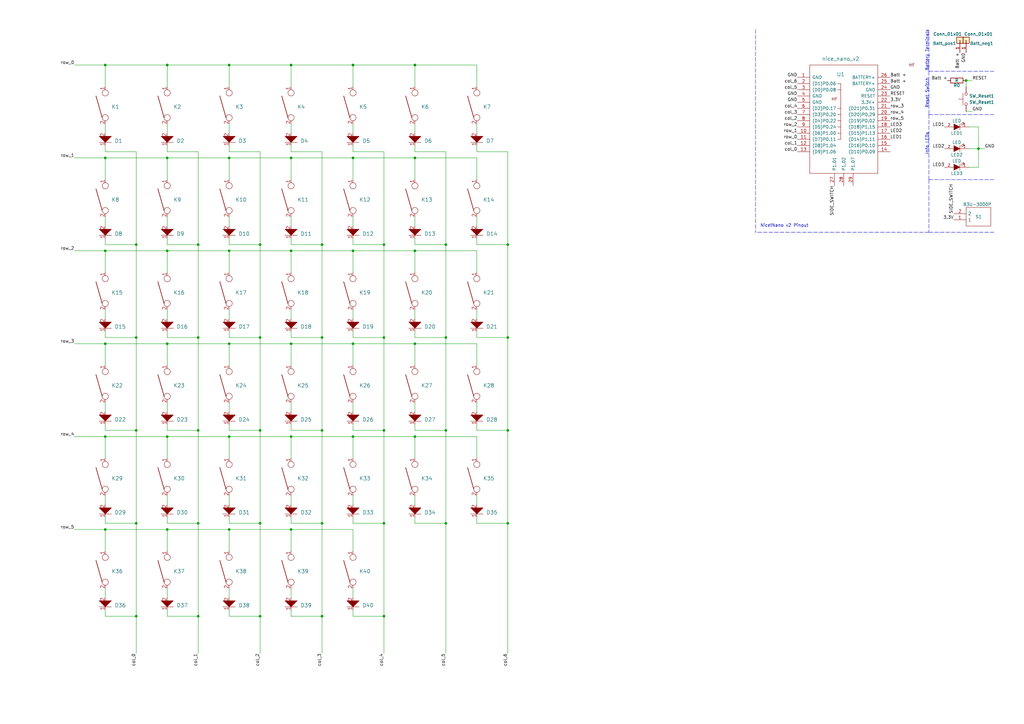
<source format=kicad_sch>
(kicad_sch (version 20211123) (generator eeschema)
  (paper "A3")
  (lib_symbols
    (symbol "B3U-3000P:B3U-3000P" (pin_names (offset 0.762))
      (property "Reference" "S" (at 16.51 7.62 0))
      (property "Value" "B3U-3000P" (at 16.51 5.08 0))
      (symbol "B3U-3000P_0_0"
        (pin passive line (at 0 -2.54 0) (length 5.08) (name "1") (number "1"))
        (pin passive line (at 0 0 0) (length 5.08) (name "2") (number "2"))
      )
      (symbol "B3U-3000P_0_1"
        (polyline (pts (xy 5.08 2.54) (xy 15.24 2.54) (xy 15.24 -5.08) (xy 5.08 -5.08) (xy 5.08 2.54)) (stroke (width 0.1524)))
      )
    )
    (symbol "Connector_Generic:Conn_01x01" (pin_names (offset 1.016) hide)
      (property "Reference" "J" (at 0 2.54 0))
      (property "Value" "Conn_01x01" (at 0 -2.54 0))
      (symbol "Conn_01x01_1_1"
        (rectangle (start -1.27 0.127) (end 0 -0.127) (stroke (width 0.1524)))
        (rectangle (start -1.27 1.27) (end 1.27 -1.27) (stroke (width 0.254)) (fill (type background)))
        (pin passive line (at -5.08 0 0) (length 3.81) (name "Pin_1") (number "1"))
      )
    )
    (symbol "Device:R" (pin_numbers hide) (pin_names (offset 0))
      (property "Reference" "R" (at 2.032 0 90))
      (property "Value" "R" (at 0 0 90))
      (symbol "R_0_1"
        (rectangle (start -1.016 -2.54) (end 1.016 2.54) (stroke (width 0.254)))
      )
      (symbol "R_1_1"
        (pin passive line (at 0 3.81 270) (length 1.27) (name "~") (number "1"))
        (pin passive line (at 0 -3.81 90) (length 1.27) (name "~") (number "2"))
      )
    )
    (symbol "Switch:SW_Push" (pin_numbers hide) (pin_names (offset 1.016) hide)
      (property "Reference" "SW" (at 1.27 2.54 0))
      (property "Value" "SW_Push" (at 0 -1.524 0))
      (symbol "SW_Push_0_1"
        (circle (center -2.032 0) (radius 0.508))
        (polyline (pts (xy 0 1.27) (xy 0 3.048)))
        (polyline (pts (xy 2.54 1.27) (xy -2.54 1.27)))
        (circle (center 2.032 0) (radius 0.508))
        (pin passive line (at -5.08 0 0) (length 2.54) (name "1") (number "1"))
        (pin passive line (at 5.08 0 180) (length 2.54) (name "2") (number "2"))
      )
    )
    (symbol "keyboard_parts:D" (pin_names (offset 1.016))
      (property "Reference" "D" (at -3.81 -1.27 90))
      (symbol "D_0_1"
        (polyline (pts (xy -2.54 0) (xy 2.54 0)))
        (polyline (pts (xy 0 0) (xy -2.54 -2.54) (xy 2.54 -2.54) (xy 0 0)) (fill (type outline)))
      )
      (symbol "D_1_1"
        (pin passive line (at 0 1.27 270) (length 1.27) (name "~") (number "1"))
        (pin passive line (at 0 -3.81 90) (length 1.27) (name "~") (number "2"))
      )
    )
    (symbol "keyboard_parts:KEYSW" (pin_names (offset 1.016))
      (property "Reference" "K?" (at -1.27 0 0))
      (symbol "KEYSW_0_1"
        (circle (center -5.08 0) (radius 1.27))
        (polyline (pts (xy -5.08 1.27) (xy 3.81 3.81)) (stroke (width 0.254)))
        (circle (center 5.08 0) (radius 1.27))
      )
      (symbol "KEYSW_1_1"
        (pin passive line (at 7.62 0 180) (length 1.27) (name "~") (number "1"))
        (pin passive line (at -7.62 0 0) (length 1.27) (name "~") (number "2"))
      )
    )
    (symbol "keyboard_parts:LED" (pin_names (offset 1.016) hide)
      (property "Reference" "LED" (at 0 2.54 0))
      (property "Value" "LED" (at 0 -2.54 0))
      (symbol "LED_0_1"
        (polyline (pts (xy -1.27 1.27) (xy -1.27 -1.27)))
        (polyline (pts (xy -2.032 -0.635) (xy -3.175 -1.651) (xy -3.048 -1.016)))
        (polyline (pts (xy -1.651 -1.016) (xy -2.794 -2.032) (xy -2.667 -1.397)))
        (polyline (pts (xy 1.27 1.27) (xy -1.27 0) (xy 1.27 -1.27)) (fill (type outline)))
      )
      (symbol "LED_1_1"
        (pin passive line (at -5.08 0 0) (length 3.81) (name "K") (number "1"))
        (pin passive line (at 5.08 0 180) (length 3.81) (name "A") (number "2"))
      )
    )
    (symbol "nice_nano_v2:nice_nano_v2" (pin_names (offset 1.016))
      (property "Reference" "U" (at 0 15.24 0))
      (property "Value" "nice_nano_v2" (at 0 21.59 0))
      (symbol "nice_nano_v2_0_0"
        (polyline (pts (xy -1.27 -11.43) (xy 0 -11.43)))
        (polyline (pts (xy -1.27 -8.89) (xy 0 -8.89)))
        (polyline (pts (xy -1.27 -6.35) (xy -1.27 -6.35)))
        (polyline (pts (xy -1.27 -6.35) (xy -1.27 -6.35)))
        (polyline (pts (xy -1.27 -6.35) (xy -1.27 -6.35)))
        (polyline (pts (xy -1.27 -6.35) (xy 0 -6.35)))
        (polyline (pts (xy -1.27 -3.81) (xy 0 -3.81)))
        (polyline (pts (xy -1.27 -1.27) (xy 0 -1.27)))
        (polyline (pts (xy -1.27 1.27) (xy 0 1.27)))
        (polyline (pts (xy -1.27 8.89) (xy -1.27 8.89)))
        (polyline (pts (xy -1.27 11.43) (xy 0 11.43)))
        (polyline (pts (xy 0 -11.43) (xy 0 -11.43)))
        (polyline (pts (xy 0 -6.35) (xy 0 -6.35)))
        (polyline (pts (xy 0 -6.35) (xy 0 -6.35)))
        (polyline (pts (xy 0 8.89) (xy -1.27 8.89)))
        (polyline (pts (xy 0 8.89) (xy 0 8.89)))
        (polyline (pts (xy 0 8.89) (xy 0 8.89)))
        (polyline (pts (xy 0 11.43) (xy 0 -11.43)))
        (text "HF" (at -2.54 5.08 0) (effects (font (size 1.27 1.27))))
        (text "HF" (at 29.21 19.05 0) (effects (font (size 1.27 1.27))))
      )
      (symbol "nice_nano_v2_0_1"
        (rectangle (start -12.7 19.05) (end 15.24 -25.4))
      )
      (symbol "nice_nano_v2_1_1"
        (pin passive line (at -17.78 13.97 0) (length 5.08) (name "GND") (number "1"))
        (pin bidirectional line (at -17.78 -8.89 0) (length 5.08) (name "(D6)P1.00") (number "10"))
        (pin bidirectional line (at -17.78 -11.43 0) (length 5.08) (name "(D7)P0.11") (number "11"))
        (pin bidirectional line (at -17.78 -13.97 0) (length 5.08) (name "(D8)P1.04") (number "12"))
        (pin bidirectional line (at -17.78 -16.51 0) (length 5.08) (name "(D9)P1.06") (number "13"))
        (pin bidirectional line (at 20.32 -16.51 180) (length 5.08) (name "(D10)P0.09") (number "14"))
        (pin bidirectional line (at 20.32 -13.97 180) (length 5.08) (name "(D16)P0.10") (number "15"))
        (pin bidirectional line (at 20.32 -11.43 180) (length 5.08) (name "(D14)P1.11") (number "16"))
        (pin bidirectional line (at 20.32 -8.89 180) (length 5.08) (name "(D15)P1.13") (number "17"))
        (pin bidirectional line (at 20.32 -6.35 180) (length 5.08) (name "(D18)P1.15") (number "18"))
        (pin bidirectional line (at 20.32 -3.81 180) (length 5.08) (name "(D19)P0.02") (number "19"))
        (pin bidirectional line (at -17.78 11.43 0) (length 5.08) (name "(D1)P0.06") (number "2"))
        (pin bidirectional line (at 20.32 -1.27 180) (length 5.08) (name "(D20)P0.29") (number "20"))
        (pin bidirectional line (at 20.32 1.27 180) (length 5.08) (name "(D21)P0.31") (number "21"))
        (pin power_out line (at 20.32 3.81 180) (length 5.08) (name "3.3V+") (number "22"))
        (pin input line (at 20.32 6.35 180) (length 5.08) (name "RESET") (number "23"))
        (pin passive line (at 20.32 8.89 180) (length 5.08) (name "GND") (number "24"))
        (pin power_in line (at 20.32 11.43 180) (length 5.08) (name "BATTERY+") (number "25"))
        (pin power_in line (at 20.32 13.97 180) (length 5.08) (name "BATTERY+") (number "26"))
        (pin input line (at -2.54 -30.48 90) (length 5.08) (name "P1.01") (number "27"))
        (pin input line (at 1.27 -30.48 90) (length 5.08) (name "P1.02") (number "28"))
        (pin input line (at 5.08 -30.48 90) (length 5.08) (name "P1.07") (number "29"))
        (pin bidirectional line (at -17.78 8.89 0) (length 5.08) (name "(D0)P0.08") (number "3"))
        (pin passive line (at -17.78 6.35 0) (length 5.08) (name "GND") (number "4"))
        (pin passive line (at -17.78 3.81 0) (length 5.08) (name "GND") (number "5"))
        (pin bidirectional line (at -17.78 1.27 0) (length 5.08) (name "(D2)P0.17") (number "6"))
        (pin bidirectional line (at -17.78 -1.27 0) (length 5.08) (name "(D3)P0.20") (number "7"))
        (pin bidirectional line (at -17.78 -3.81 0) (length 5.08) (name "(D4)P0.22") (number "8"))
        (pin bidirectional line (at -17.78 -6.35 0) (length 5.08) (name "(D5)P0.24") (number "9"))
      )
    )
  )
  (junction (at 55.88 138.43))
  (junction (at 144.78 102.87))
  (junction (at 93.98 179.07))
  (junction (at 157.48 138.43))
  (junction (at 68.58 102.87))
  (junction (at 55.88 176.53))
  (junction (at 396.24 33.02))
  (junction (at 93.98 64.77))
  (junction (at 93.98 102.87))
  (junction (at 170.18 64.77))
  (junction (at 157.48 252.73))
  (junction (at 106.68 176.53))
  (junction (at 157.48 214.63))
  (junction (at 208.28 138.43))
  (junction (at 106.68 252.73))
  (junction (at 43.18 179.07))
  (junction (at 119.38 26.67))
  (junction (at 144.78 26.67))
  (junction (at 132.08 176.53))
  (junction (at 68.58 179.07))
  (junction (at 182.88 214.63))
  (junction (at 170.18 26.67))
  (junction (at 157.48 100.33))
  (junction (at 68.58 140.97))
  (junction (at 55.88 100.33))
  (junction (at 144.78 179.07))
  (junction (at 144.78 140.97))
  (junction (at 119.38 102.87))
  (junction (at 119.38 179.07))
  (junction (at 132.08 214.63))
  (junction (at 182.88 100.33))
  (junction (at 81.28 214.63))
  (junction (at 170.18 102.87))
  (junction (at 208.28 176.53))
  (junction (at 93.98 217.17))
  (junction (at 119.38 140.97))
  (junction (at 170.18 179.07))
  (junction (at 106.68 214.63))
  (junction (at 208.28 100.33))
  (junction (at 43.18 102.87))
  (junction (at 55.88 214.63))
  (junction (at 43.18 140.97))
  (junction (at 157.48 176.53))
  (junction (at 401.32 60.96))
  (junction (at 93.98 26.67))
  (junction (at 144.78 64.77))
  (junction (at 81.28 100.33))
  (junction (at 81.28 252.73))
  (junction (at 119.38 217.17))
  (junction (at 132.08 252.73))
  (junction (at 81.28 138.43))
  (junction (at 81.28 176.53))
  (junction (at 43.18 217.17))
  (junction (at 119.38 64.77))
  (junction (at 43.18 64.77))
  (junction (at 68.58 64.77))
  (junction (at 68.58 26.67))
  (junction (at 170.18 140.97))
  (junction (at 182.88 176.53))
  (junction (at 43.18 26.67))
  (junction (at 182.88 138.43))
  (junction (at 132.08 138.43))
  (junction (at 106.68 100.33))
  (junction (at 93.98 140.97))
  (junction (at 132.08 100.33))
  (junction (at 208.28 214.63))
  (junction (at 106.68 138.43))
  (junction (at 68.58 217.17))
  (junction (at 55.88 252.73))
  (wire (pts (xy 43.18 102.87) (xy 68.58 102.87)))
  (polyline (pts (xy 381 46.99) (xy 407.67 46.99)))
  (wire (pts (xy 157.48 176.53) (xy 157.48 214.63)))
  (wire (pts (xy 93.98 241.3) (xy 93.98 245.11)))
  (wire (pts (xy 401.32 68.58) (xy 397.51 68.58)))
  (wire (pts (xy 43.18 59.69) (xy 43.18 62.23)))
  (wire (pts (xy 119.38 203.2) (xy 119.38 207.01)))
  (wire (pts (xy 93.98 138.43) (xy 106.68 138.43)))
  (wire (pts (xy 170.18 203.2) (xy 170.18 207.01)))
  (wire (pts (xy 170.18 173.99) (xy 170.18 176.53)))
  (wire (pts (xy 144.78 100.33) (xy 157.48 100.33)))
  (wire (pts (xy 119.38 214.63) (xy 132.08 214.63)))
  (wire (pts (xy 68.58 176.53) (xy 81.28 176.53)))
  (wire (pts (xy 68.58 252.73) (xy 81.28 252.73)))
  (wire (pts (xy 93.98 252.73) (xy 106.68 252.73)))
  (wire (pts (xy 170.18 102.87) (xy 170.18 111.76)))
  (wire (pts (xy 170.18 127) (xy 170.18 130.81)))
  (wire (pts (xy 208.28 62.23) (xy 208.28 100.33)))
  (wire (pts (xy 182.88 62.23) (xy 182.88 100.33)))
  (wire (pts (xy 195.58 214.63) (xy 208.28 214.63)))
  (wire (pts (xy 119.38 102.87) (xy 144.78 102.87)))
  (wire (pts (xy 93.98 64.77) (xy 119.38 64.77)))
  (wire (pts (xy 43.18 250.19) (xy 43.18 252.73)))
  (wire (pts (xy 119.38 241.3) (xy 119.38 245.11)))
  (wire (pts (xy 157.48 214.63) (xy 157.48 252.73)))
  (wire (pts (xy 93.98 64.77) (xy 93.98 73.66)))
  (wire (pts (xy 195.58 64.77) (xy 195.58 73.66)))
  (wire (pts (xy 43.18 165.1) (xy 43.18 168.91)))
  (wire (pts (xy 68.58 217.17) (xy 68.58 226.06)))
  (wire (pts (xy 43.18 138.43) (xy 55.88 138.43)))
  (wire (pts (xy 182.88 138.43) (xy 182.88 176.53)))
  (wire (pts (xy 170.18 64.77) (xy 170.18 73.66)))
  (wire (pts (xy 68.58 179.07) (xy 93.98 179.07)))
  (wire (pts (xy 68.58 241.3) (xy 68.58 245.11)))
  (wire (pts (xy 195.58 165.1) (xy 195.58 168.91)))
  (wire (pts (xy 208.28 214.63) (xy 208.28 267.97)))
  (wire (pts (xy 195.58 50.8) (xy 195.58 54.61)))
  (wire (pts (xy 208.28 176.53) (xy 208.28 214.63)))
  (wire (pts (xy 119.38 26.67) (xy 119.38 35.56)))
  (wire (pts (xy 43.18 203.2) (xy 43.18 207.01)))
  (wire (pts (xy 93.98 176.53) (xy 106.68 176.53)))
  (wire (pts (xy 55.88 214.63) (xy 55.88 252.73)))
  (wire (pts (xy 119.38 64.77) (xy 144.78 64.77)))
  (wire (pts (xy 144.78 214.63) (xy 157.48 214.63)))
  (wire (pts (xy 144.78 241.3) (xy 144.78 245.11)))
  (wire (pts (xy 170.18 140.97) (xy 195.58 140.97)))
  (wire (pts (xy 144.78 252.73) (xy 157.48 252.73)))
  (wire (pts (xy 170.18 140.97) (xy 170.18 149.86)))
  (wire (pts (xy 93.98 127) (xy 93.98 130.81)))
  (wire (pts (xy 144.78 88.9) (xy 144.78 92.71)))
  (wire (pts (xy 144.78 212.09) (xy 144.78 214.63)))
  (wire (pts (xy 55.88 176.53) (xy 55.88 214.63)))
  (wire (pts (xy 157.48 138.43) (xy 157.48 176.53)))
  (wire (pts (xy 144.78 140.97) (xy 144.78 149.86)))
  (wire (pts (xy 170.18 26.67) (xy 195.58 26.67)))
  (wire (pts (xy 119.38 179.07) (xy 119.38 187.96)))
  (wire (pts (xy 119.38 217.17) (xy 144.78 217.17)))
  (wire (pts (xy 93.98 26.67) (xy 119.38 26.67)))
  (wire (pts (xy 68.58 140.97) (xy 93.98 140.97)))
  (polyline (pts (xy 381 29.21) (xy 407.67 29.21)))
  (wire (pts (xy 401.32 60.96) (xy 397.51 60.96)))
  (wire (pts (xy 396.24 45.72) (xy 398.78 45.72)))
  (wire (pts (xy 81.28 138.43) (xy 81.28 176.53)))
  (wire (pts (xy 43.18 62.23) (xy 55.88 62.23)))
  (wire (pts (xy 43.18 140.97) (xy 68.58 140.97)))
  (wire (pts (xy 119.38 64.77) (xy 119.38 73.66)))
  (wire (pts (xy 68.58 102.87) (xy 68.58 111.76)))
  (wire (pts (xy 93.98 135.89) (xy 93.98 138.43)))
  (wire (pts (xy 30.48 140.97) (xy 43.18 140.97)))
  (wire (pts (xy 43.18 217.17) (xy 68.58 217.17)))
  (wire (pts (xy 93.98 140.97) (xy 93.98 149.86)))
  (wire (pts (xy 144.78 179.07) (xy 170.18 179.07)))
  (wire (pts (xy 81.28 62.23) (xy 81.28 100.33)))
  (wire (pts (xy 93.98 59.69) (xy 93.98 62.23)))
  (wire (pts (xy 195.58 135.89) (xy 195.58 138.43)))
  (wire (pts (xy 119.38 217.17) (xy 119.38 226.06)))
  (wire (pts (xy 119.38 88.9) (xy 119.38 92.71)))
  (wire (pts (xy 68.58 62.23) (xy 81.28 62.23)))
  (wire (pts (xy 132.08 62.23) (xy 132.08 100.33)))
  (wire (pts (xy 68.58 64.77) (xy 68.58 73.66)))
  (wire (pts (xy 195.58 176.53) (xy 208.28 176.53)))
  (wire (pts (xy 170.18 50.8) (xy 170.18 54.61)))
  (wire (pts (xy 195.58 138.43) (xy 208.28 138.43)))
  (wire (pts (xy 182.88 176.53) (xy 182.88 214.63)))
  (wire (pts (xy 43.18 100.33) (xy 55.88 100.33)))
  (wire (pts (xy 93.98 214.63) (xy 106.68 214.63)))
  (wire (pts (xy 119.38 100.33) (xy 132.08 100.33)))
  (wire (pts (xy 119.38 140.97) (xy 119.38 149.86)))
  (wire (pts (xy 68.58 173.99) (xy 68.58 176.53)))
  (wire (pts (xy 81.28 214.63) (xy 81.28 252.73)))
  (wire (pts (xy 170.18 176.53) (xy 182.88 176.53)))
  (wire (pts (xy 93.98 97.79) (xy 93.98 100.33)))
  (wire (pts (xy 106.68 176.53) (xy 106.68 214.63)))
  (wire (pts (xy 68.58 97.79) (xy 68.58 100.33)))
  (wire (pts (xy 55.88 138.43) (xy 55.88 176.53)))
  (wire (pts (xy 144.78 50.8) (xy 144.78 54.61)))
  (wire (pts (xy 93.98 62.23) (xy 106.68 62.23)))
  (wire (pts (xy 170.18 102.87) (xy 195.58 102.87)))
  (wire (pts (xy 195.58 26.67) (xy 195.58 35.56)))
  (wire (pts (xy 144.78 179.07) (xy 144.78 187.96)))
  (wire (pts (xy 195.58 97.79) (xy 195.58 100.33)))
  (wire (pts (xy 106.68 138.43) (xy 106.68 176.53)))
  (wire (pts (xy 68.58 217.17) (xy 93.98 217.17)))
  (wire (pts (xy 93.98 217.17) (xy 119.38 217.17)))
  (wire (pts (xy 93.98 26.67) (xy 93.98 35.56)))
  (wire (pts (xy 144.78 97.79) (xy 144.78 100.33)))
  (wire (pts (xy 144.78 64.77) (xy 144.78 73.66)))
  (wire (pts (xy 43.18 140.97) (xy 43.18 149.86)))
  (wire (pts (xy 68.58 165.1) (xy 68.58 168.91)))
  (wire (pts (xy 93.98 250.19) (xy 93.98 252.73)))
  (wire (pts (xy 182.88 214.63) (xy 182.88 267.97)))
  (wire (pts (xy 106.68 214.63) (xy 106.68 252.73)))
  (wire (pts (xy 144.78 250.19) (xy 144.78 252.73)))
  (wire (pts (xy 396.24 33.02) (xy 396.24 35.56)))
  (wire (pts (xy 93.98 100.33) (xy 106.68 100.33)))
  (wire (pts (xy 144.78 102.87) (xy 170.18 102.87)))
  (wire (pts (xy 68.58 64.77) (xy 93.98 64.77)))
  (wire (pts (xy 119.38 212.09) (xy 119.38 214.63)))
  (wire (pts (xy 144.78 26.67) (xy 170.18 26.67)))
  (wire (pts (xy 144.78 59.69) (xy 144.78 62.23)))
  (wire (pts (xy 170.18 64.77) (xy 195.58 64.77)))
  (wire (pts (xy 119.38 252.73) (xy 132.08 252.73)))
  (wire (pts (xy 81.28 252.73) (xy 81.28 267.97)))
  (polyline (pts (xy 381 73.66) (xy 407.67 73.66)))
  (wire (pts (xy 93.98 88.9) (xy 93.98 92.71)))
  (wire (pts (xy 132.08 214.63) (xy 132.08 252.73)))
  (wire (pts (xy 401.32 68.58) (xy 401.32 60.96)))
  (wire (pts (xy 55.88 62.23) (xy 55.88 100.33)))
  (wire (pts (xy 396.24 33.02) (xy 398.78 33.02)))
  (wire (pts (xy 170.18 97.79) (xy 170.18 100.33)))
  (wire (pts (xy 93.98 102.87) (xy 119.38 102.87)))
  (wire (pts (xy 68.58 100.33) (xy 81.28 100.33)))
  (wire (pts (xy 144.78 217.17) (xy 144.78 226.06)))
  (wire (pts (xy 195.58 59.69) (xy 195.58 62.23)))
  (wire (pts (xy 119.38 250.19) (xy 119.38 252.73)))
  (wire (pts (xy 170.18 100.33) (xy 182.88 100.33)))
  (wire (pts (xy 68.58 179.07) (xy 68.58 187.96)))
  (polyline (pts (xy 381 12.7) (xy 381 29.21)))
  (wire (pts (xy 68.58 50.8) (xy 68.58 54.61)))
  (wire (pts (xy 144.78 135.89) (xy 144.78 138.43)))
  (wire (pts (xy 30.48 64.77) (xy 43.18 64.77)))
  (wire (pts (xy 43.18 241.3) (xy 43.18 245.11)))
  (wire (pts (xy 195.58 88.9) (xy 195.58 92.71)))
  (wire (pts (xy 132.08 100.33) (xy 132.08 138.43)))
  (wire (pts (xy 144.78 176.53) (xy 157.48 176.53)))
  (wire (pts (xy 195.58 127) (xy 195.58 130.81)))
  (wire (pts (xy 208.28 138.43) (xy 208.28 176.53)))
  (wire (pts (xy 119.38 102.87) (xy 119.38 111.76)))
  (wire (pts (xy 43.18 179.07) (xy 43.18 187.96)))
  (wire (pts (xy 30.48 26.67) (xy 43.18 26.67)))
  (wire (pts (xy 43.18 127) (xy 43.18 130.81)))
  (wire (pts (xy 119.38 135.89) (xy 119.38 138.43)))
  (wire (pts (xy 170.18 26.67) (xy 170.18 35.56)))
  (wire (pts (xy 68.58 26.67) (xy 93.98 26.67)))
  (wire (pts (xy 68.58 250.19) (xy 68.58 252.73)))
  (wire (pts (xy 43.18 102.87) (xy 43.18 111.76)))
  (wire (pts (xy 43.18 135.89) (xy 43.18 138.43)))
  (wire (pts (xy 119.38 179.07) (xy 144.78 179.07)))
  (wire (pts (xy 132.08 176.53) (xy 132.08 214.63)))
  (wire (pts (xy 182.88 100.33) (xy 182.88 138.43)))
  (wire (pts (xy 68.58 102.87) (xy 93.98 102.87)))
  (wire (pts (xy 93.98 203.2) (xy 93.98 207.01)))
  (wire (pts (xy 119.38 50.8) (xy 119.38 54.61)))
  (wire (pts (xy 55.88 100.33) (xy 55.88 138.43)))
  (wire (pts (xy 170.18 179.07) (xy 195.58 179.07)))
  (wire (pts (xy 170.18 138.43) (xy 182.88 138.43)))
  (wire (pts (xy 30.48 217.17) (xy 43.18 217.17)))
  (wire (pts (xy 68.58 214.63) (xy 81.28 214.63)))
  (wire (pts (xy 43.18 179.07) (xy 68.58 179.07)))
  (wire (pts (xy 43.18 26.67) (xy 68.58 26.67)))
  (wire (pts (xy 401.32 52.07) (xy 397.51 52.07)))
  (polyline (pts (xy 309.88 12.065) (xy 309.88 95.25)))
  (wire (pts (xy 93.98 173.99) (xy 93.98 176.53)))
  (wire (pts (xy 81.28 100.33) (xy 81.28 138.43)))
  (wire (pts (xy 195.58 102.87) (xy 195.58 111.76)))
  (wire (pts (xy 132.08 138.43) (xy 132.08 176.53)))
  (wire (pts (xy 208.28 100.33) (xy 208.28 138.43)))
  (wire (pts (xy 43.18 26.67) (xy 43.18 35.56)))
  (wire (pts (xy 144.78 140.97) (xy 170.18 140.97)))
  (wire (pts (xy 144.78 173.99) (xy 144.78 176.53)))
  (wire (pts (xy 30.48 179.07) (xy 43.18 179.07)))
  (wire (pts (xy 144.78 26.67) (xy 144.78 35.56)))
  (wire (pts (xy 119.38 62.23) (xy 132.08 62.23)))
  (wire (pts (xy 144.78 102.87) (xy 144.78 111.76)))
  (polyline (pts (xy 381 95.25) (xy 309.88 95.25)))
  (wire (pts (xy 144.78 127) (xy 144.78 130.81)))
  (wire (pts (xy 93.98 50.8) (xy 93.98 54.61)))
  (wire (pts (xy 119.38 127) (xy 119.38 130.81)))
  (wire (pts (xy 106.68 252.73) (xy 106.68 267.97)))
  (wire (pts (xy 170.18 212.09) (xy 170.18 214.63)))
  (wire (pts (xy 68.58 138.43) (xy 81.28 138.43)))
  (wire (pts (xy 43.18 214.63) (xy 55.88 214.63)))
  (polyline (pts (xy 381 95.25) (xy 407.67 95.25)))
  (wire (pts (xy 43.18 97.79) (xy 43.18 100.33)))
  (polyline (pts (xy 381 29.21) (xy 381 46.99)))
  (wire (pts (xy 68.58 59.69) (xy 68.58 62.23)))
  (wire (pts (xy 144.78 203.2) (xy 144.78 207.01)))
  (wire (pts (xy 68.58 140.97) (xy 68.58 149.86)))
  (wire (pts (xy 30.48 102.87) (xy 43.18 102.87)))
  (wire (pts (xy 93.98 179.07) (xy 119.38 179.07)))
  (wire (pts (xy 132.08 252.73) (xy 132.08 267.97)))
  (wire (pts (xy 170.18 62.23) (xy 182.88 62.23)))
  (wire (pts (xy 43.18 64.77) (xy 68.58 64.77)))
  (wire (pts (xy 68.58 26.67) (xy 68.58 35.56)))
  (wire (pts (xy 81.28 176.53) (xy 81.28 214.63)))
  (wire (pts (xy 119.38 59.69) (xy 119.38 62.23)))
  (wire (pts (xy 144.78 165.1) (xy 144.78 168.91)))
  (wire (pts (xy 93.98 102.87) (xy 93.98 111.76)))
  (wire (pts (xy 195.58 212.09) (xy 195.58 214.63)))
  (wire (pts (xy 119.38 26.67) (xy 144.78 26.67)))
  (wire (pts (xy 157.48 100.33) (xy 157.48 138.43)))
  (wire (pts (xy 68.58 212.09) (xy 68.58 214.63)))
  (polyline (pts (xy 381 46.99) (xy 381 73.66)))
  (wire (pts (xy 401.32 60.96) (xy 401.32 52.07)))
  (wire (pts (xy 43.18 212.09) (xy 43.18 214.63)))
  (wire (pts (xy 68.58 88.9) (xy 68.58 92.71)))
  (wire (pts (xy 93.98 212.09) (xy 93.98 214.63)))
  (wire (pts (xy 119.38 138.43) (xy 132.08 138.43)))
  (wire (pts (xy 144.78 138.43) (xy 157.48 138.43)))
  (wire (pts (xy 157.48 252.73) (xy 157.48 267.97)))
  (wire (pts (xy 55.88 252.73) (xy 55.88 267.97)))
  (wire (pts (xy 43.18 173.99) (xy 43.18 176.53)))
  (wire (pts (xy 195.58 179.07) (xy 195.58 187.96)))
  (wire (pts (xy 195.58 140.97) (xy 195.58 149.86)))
  (wire (pts (xy 144.78 64.77) (xy 170.18 64.77)))
  (wire (pts (xy 43.18 50.8) (xy 43.18 54.61)))
  (wire (pts (xy 106.68 100.33) (xy 106.68 138.43)))
  (wire (pts (xy 43.18 88.9) (xy 43.18 92.71)))
  (wire (pts (xy 170.18 179.07) (xy 170.18 187.96)))
  (wire (pts (xy 68.58 127) (xy 68.58 130.81)))
  (wire (pts (xy 119.38 173.99) (xy 119.38 176.53)))
  (wire (pts (xy 195.58 100.33) (xy 208.28 100.33)))
  (wire (pts (xy 170.18 59.69) (xy 170.18 62.23)))
  (wire (pts (xy 43.18 252.73) (xy 55.88 252.73)))
  (wire (pts (xy 170.18 165.1) (xy 170.18 168.91)))
  (wire (pts (xy 157.48 62.23) (xy 157.48 100.33)))
  (wire (pts (xy 93.98 165.1) (xy 93.98 168.91)))
  (wire (pts (xy 43.18 176.53) (xy 55.88 176.53)))
  (wire (pts (xy 43.18 217.17) (xy 43.18 226.06)))
  (wire (pts (xy 119.38 97.79) (xy 119.38 100.33)))
  (wire (pts (xy 401.32 60.96) (xy 403.86 60.96)))
  (wire (pts (xy 119.38 140.97) (xy 144.78 140.97)))
  (wire (pts (xy 144.78 62.23) (xy 157.48 62.23)))
  (wire (pts (xy 195.58 203.2) (xy 195.58 207.01)))
  (wire (pts (xy 43.18 64.77) (xy 43.18 73.66)))
  (wire (pts (xy 119.38 165.1) (xy 119.38 168.91)))
  (wire (pts (xy 93.98 140.97) (xy 119.38 140.97)))
  (wire (pts (xy 119.38 176.53) (xy 132.08 176.53)))
  (wire (pts (xy 170.18 214.63) (xy 182.88 214.63)))
  (wire (pts (xy 170.18 88.9) (xy 170.18 92.71)))
  (wire (pts (xy 106.68 62.23) (xy 106.68 100.33)))
  (wire (pts (xy 68.58 135.89) (xy 68.58 138.43)))
  (polyline (pts (xy 381 73.66) (xy 381 95.25)))
  (wire (pts (xy 170.18 135.89) (xy 170.18 138.43)))
  (wire (pts (xy 195.58 173.99) (xy 195.58 176.53)))
  (wire (pts (xy 93.98 217.17) (xy 93.98 226.06)))
  (wire (pts (xy 93.98 179.07) (xy 93.98 187.96)))
  (wire (pts (xy 195.58 62.23) (xy 208.28 62.23)))
  (wire (pts (xy 68.58 203.2) (xy 68.58 207.01)))
  (text "Nice!Nano v2 Pinout" (at 311.785 93.345 0) (effects (font (size 1.27 1.27)) (justify left bottom)))
  (text "Battery Terminals" (at 381 29.21 90) (effects (font (size 1.27 1.27)) (justify left bottom)))
  (text "Reset Switch" (at 381 44.45 90) (effects (font (size 1.27 1.27)) (justify left bottom)))
  (text "Info LEDs" (at 381 63.5 90) (effects (font (size 1.27 1.27)) (justify left bottom)))
  (label "col_6" (at 208.28 267.97 270))
  (label "GND" (at 398.78 45.72 0))
  (label "Batt +" (at 388.62 33.02 180))
  (label "col_0" (at 55.88 267.97 270))
  (label "LED1" (at 387.35 52.07 180))
  (label "row_2" (at 327.025 52.07 180))
  (label "col_3" (at 327.025 46.99 180))
  (label "3.3V" (at 365.125 41.91 0))
  (label "row_0" (at 30.48 26.67 180))
  (label "row_1" (at 30.48 64.77 180))
  (label "Batt +" (at 365.125 31.75 0))
  (label "GND" (at 365.125 36.83 0))
  (label "RESET" (at 398.78 33.02 0))
  (label "Batt +" (at 365.125 34.29 0))
  (label "col_5" (at 182.88 267.97 270))
  (label "SIDE_SWITCH" (at 391.16 87.63 90))
  (label "col_2" (at 327.025 49.53 180))
  (label "RESET" (at 365.125 39.37 0))
  (label "col_3" (at 132.08 267.97 270))
  (label "row_4" (at 365.125 46.99 0))
  (label "col_4" (at 157.48 267.97 270))
  (label "GND" (at 403.86 60.96 0))
  (label "col_0" (at 327.025 62.23 180))
  (label "LED2" (at 365.125 54.61 0))
  (label "col_1" (at 81.28 267.97 270))
  (label "GND" (at 327.025 39.37 180))
  (label "col_1" (at 327.025 59.69 180))
  (label "row_0" (at 327.025 57.15 180))
  (label "row_5" (at 365.125 49.53 0))
  (label "row_1" (at 327.025 54.61 180))
  (label "LED1" (at 365.125 57.15 0))
  (label "GND" (at 396.24 21.59 270))
  (label "row_3" (at 365.125 44.45 0))
  (label "row_4" (at 30.48 179.07 180))
  (label "row_3" (at 30.48 140.97 180))
  (label "LED2" (at 387.35 60.96 180))
  (label "GND" (at 327.025 41.91 180))
  (label "Batt +" (at 393.7 21.59 270))
  (label "col_6" (at 327.025 34.29 180))
  (label "3.3V" (at 391.16 90.17 180))
  (label "GND" (at 327.025 31.75 180))
  (label "row_2" (at 30.48 102.87 180))
  (label "col_2" (at 106.68 267.97 270))
  (label "LED3" (at 387.35 68.58 180))
  (label "SIDE_SWITCH" (at 342.265 76.2 270))
  (label "col_4" (at 327.025 44.45 180))
  (label "LED3" (at 365.125 52.07 0))
  (label "col_5" (at 327.025 36.83 180))
  (label "row_5" (at 30.48 217.17 180))
  (symbol (lib_id "keyboard_parts:D") (at 93.98 210.82 180) (unit 1)
    (property "Reference" "D31" (at 97.79 210.185 0) (effects (font (size 1.524 1.524)) (justify right)))
    (property "Value" "D" (effects hide))
    (property "Footprint" "Diode_SMD:D_0805_2012Metric" (effects hide))
  )
  (symbol (lib_id "keyboard_parts:KEYSW") (at 43.18 195.58 90) (unit 1)
    (property "Reference" "K29" (at 45.72 196.215 90) (effects (font (size 1.524 1.524)) (justify right)))
    (property "Value" "KEYSW" (effects hide))
    (property "Footprint" "Az-custom-parts:Kailh-PG1425-X-Switch" (effects hide))
  )
  (symbol (lib_id "keyboard_parts:KEYSW") (at 119.38 119.38 90) (unit 1)
    (property "Reference" "K18" (at 121.92 120.015 90) (effects (font (size 1.524 1.524)) (justify right)))
    (property "Value" "KEYSW" (effects hide))
    (property "Footprint" "Az-custom-parts:Kailh-PG1425-X-Switch" (effects hide))
  )
  (symbol (lib_id "keyboard_parts:KEYSW") (at 119.38 157.48 90) (unit 1)
    (property "Reference" "K25" (at 121.92 158.115 90) (effects (font (size 1.524 1.524)) (justify right)))
    (property "Value" "KEYSW" (effects hide))
    (property "Footprint" "Az-custom-parts:Kailh-PG1425-X-Switch" (effects hide))
  )
  (symbol (lib_id "keyboard_parts:LED") (at 392.43 68.58 180) (unit 1)
    (property "Reference" "LED3" (at 392.43 71.12 0))
    (property "Value" "LED" (at 392.43 66.04 0))
    (property "Footprint" "LED_SMD:LED_0805_2012Metric" (effects hide))
  )
  (symbol (lib_id "keyboard_parts:KEYSW") (at 144.78 195.58 90) (unit 1)
    (property "Reference" "K33" (at 147.32 196.215 90) (effects (font (size 1.524 1.524)) (justify right)))
    (property "Value" "KEYSW" (effects hide))
    (property "Footprint" "Az-custom-parts:Kailh-PG1425-X-Switch" (effects hide))
  )
  (symbol (lib_id "keyboard_parts:KEYSW") (at 119.38 81.28 90) (unit 1)
    (property "Reference" "K11" (at 121.92 81.915 90) (effects (font (size 1.524 1.524)) (justify right)))
    (property "Value" "KEYSW" (effects hide))
    (property "Footprint" "Az-custom-parts:Kailh-PG1425-X-Switch" (effects hide))
  )
  (symbol (lib_id "keyboard_parts:KEYSW") (at 68.58 81.28 90) (unit 1)
    (property "Reference" "K9" (at 71.12 81.915 90) (effects (font (size 1.524 1.524)) (justify right)))
    (property "Value" "KEYSW" (effects hide))
    (property "Footprint" "Az-custom-parts:Kailh-PG1425-X-Switch" (effects hide))
  )
  (symbol (lib_id "Connector_Generic:Conn_01x01") (at 396.24 16.51 90) (unit 1)
    (property "Reference" "Batt_neg1" (at 402.59 17.78 90))
    (property "Value" "Conn_01x01" (at 401.32 13.97 90))
    (property "Footprint" "Connector_Wire:SolderWire-0.1sqmm_1x01_D0.4mm_OD1mm" (effects hide))
  )
  (symbol (lib_id "keyboard_parts:KEYSW") (at 170.18 195.58 90) (unit 1)
    (property "Reference" "K34" (at 172.72 196.215 90) (effects (font (size 1.524 1.524)) (justify right)))
    (property "Value" "KEYSW" (effects hide))
    (property "Footprint" "Az-custom-parts:Kailh-PG1425-X-Switch" (effects hide))
  )
  (symbol (lib_id "keyboard_parts:D") (at 170.18 210.82 180) (unit 1)
    (property "Reference" "D34" (at 173.99 210.185 0) (effects (font (size 1.524 1.524)) (justify right)))
    (property "Value" "D" (effects hide))
    (property "Footprint" "Diode_SMD:D_0805_2012Metric" (effects hide))
  )
  (symbol (lib_id "keyboard_parts:D") (at 68.58 210.82 180) (unit 1)
    (property "Reference" "D30" (at 72.39 210.185 0) (effects (font (size 1.524 1.524)) (justify right)))
    (property "Value" "D" (effects hide))
    (property "Footprint" "Diode_SMD:D_0805_2012Metric" (effects hide))
  )
  (symbol (lib_id "keyboard_parts:KEYSW") (at 93.98 195.58 90) (unit 1)
    (property "Reference" "K31" (at 96.52 196.215 90) (effects (font (size 1.524 1.524)) (justify right)))
    (property "Value" "KEYSW" (effects hide))
    (property "Footprint" "Az-custom-parts:Kailh-PG1425-X-Switch" (effects hide))
  )
  (symbol (lib_id "keyboard_parts:KEYSW") (at 68.58 195.58 90) (unit 1)
    (property "Reference" "K30" (at 71.12 196.215 90) (effects (font (size 1.524 1.524)) (justify right)))
    (property "Value" "KEYSW" (effects hide))
    (property "Footprint" "Az-custom-parts:Kailh-PG1425-X-Switch" (effects hide))
  )
  (symbol (lib_id "keyboard_parts:KEYSW") (at 170.18 81.28 90) (unit 1)
    (property "Reference" "K13" (at 172.72 81.915 90) (effects (font (size 1.524 1.524)) (justify right)))
    (property "Value" "KEYSW" (effects hide))
    (property "Footprint" "Az-custom-parts:Kailh-PG1425-X-Switch" (effects hide))
  )
  (symbol (lib_id "keyboard_parts:KEYSW") (at 119.38 233.68 90) (unit 1)
    (property "Reference" "K39" (at 121.92 234.315 90) (effects (font (size 1.524 1.524)) (justify right)))
    (property "Value" "KEYSW" (effects hide))
    (property "Footprint" "Az-custom-parts:Kailh-PG1425-X-Switch" (effects hide))
  )
  (symbol (lib_id "Switch:SW_Push") (at 396.24 40.64 90) (unit 1)
    (property "Reference" "SW_Reset1" (at 397.51 39.3699 90) (effects (justify right)))
    (property "Value" "SW_Reset1" (at 397.51 41.9099 90) (effects (justify right)))
    (property "Footprint" "Jumper:SolderJumper-2_P1.3mm_Open_Pad1.0x1.5mm" (effects hide))
  )
  (symbol (lib_id "keyboard_parts:D") (at 93.98 248.92 180) (unit 1)
    (property "Reference" "D38" (at 97.79 248.285 0) (effects (font (size 1.524 1.524)) (justify right)))
    (property "Value" "D" (effects hide))
    (property "Footprint" "Diode_SMD:D_0805_2012Metric" (effects hide))
  )
  (symbol (lib_id "keyboard_parts:D") (at 43.18 248.92 180) (unit 1)
    (property "Reference" "D36" (at 46.99 248.285 0) (effects (font (size 1.524 1.524)) (justify right)))
    (property "Value" "D" (effects hide))
    (property "Footprint" "Diode_SMD:D_0805_2012Metric" (effects hide))
  )
  (symbol (lib_id "keyboard_parts:D") (at 144.78 210.82 180) (unit 1)
    (property "Reference" "D33" (at 148.59 210.185 0) (effects (font (size 1.524 1.524)) (justify right)))
    (property "Value" "D" (effects hide))
    (property "Footprint" "Diode_SMD:D_0805_2012Metric" (effects hide))
  )
  (symbol (lib_id "keyboard_parts:KEYSW") (at 144.78 119.38 90) (unit 1)
    (property "Reference" "K19" (at 147.32 120.015 90) (effects (font (size 1.524 1.524)) (justify right)))
    (property "Value" "KEYSW" (effects hide))
    (property "Footprint" "Az-custom-parts:Kailh-PG1425-X-Switch" (effects hide))
  )
  (symbol (lib_id "keyboard_parts:D") (at 43.18 172.72 180) (unit 1)
    (property "Reference" "D22" (at 46.99 172.085 0) (effects (font (size 1.524 1.524)) (justify right)))
    (property "Value" "D" (effects hide))
    (property "Footprint" "Diode_SMD:D_0805_2012Metric" (effects hide))
  )
  (symbol (lib_id "keyboard_parts:KEYSW") (at 68.58 43.18 90) (unit 1)
    (property "Reference" "K2" (at 71.12 43.815 90) (effects (font (size 1.524 1.524)) (justify right)))
    (property "Value" "KEYSW" (effects hide))
    (property "Footprint" "Az-custom-parts:Kailh-PG1425-X-Switch" (effects hide))
  )
  (symbol (lib_id "keyboard_parts:KEYSW") (at 170.18 119.38 90) (unit 1)
    (property "Reference" "K20" (at 172.72 120.015 90) (effects (font (size 1.524 1.524)) (justify right)))
    (property "Value" "KEYSW" (effects hide))
    (property "Footprint" "Az-custom-parts:Kailh-PG1425-X-Switch" (effects hide))
  )
  (symbol (lib_id "keyboard_parts:KEYSW") (at 144.78 81.28 90) (unit 1)
    (property "Reference" "K12" (at 147.32 81.915 90) (effects (font (size 1.524 1.524)) (justify right)))
    (property "Value" "KEYSW" (effects hide))
    (property "Footprint" "Az-custom-parts:Kailh-PG1425-X-Switch" (effects hide))
  )
  (symbol (lib_id "keyboard_parts:D") (at 195.58 96.52 180) (unit 1)
    (property "Reference" "D14" (at 199.39 95.885 0) (effects (font (size 1.524 1.524)) (justify right)))
    (property "Value" "D" (effects hide))
    (property "Footprint" "Diode_SMD:D_0805_2012Metric" (effects hide))
  )
  (symbol (lib_id "keyboard_parts:KEYSW") (at 195.58 119.38 90) (unit 1)
    (property "Reference" "K21" (at 198.12 120.015 90) (effects (font (size 1.524 1.524)) (justify right)))
    (property "Value" "KEYSW" (effects hide))
    (property "Footprint" "Az-custom-parts:Kailh-PG1425-X-Switch" (effects hide))
  )
  (symbol (lib_id "keyboard_parts:KEYSW") (at 195.58 81.28 90) (unit 1)
    (property "Reference" "K14" (at 198.12 81.915 90) (effects (font (size 1.524 1.524)) (justify right)))
    (property "Value" "KEYSW" (effects hide))
    (property "Footprint" "Az-custom-parts:Kailh-PG1425-X-Switch" (effects hide))
  )
  (symbol (lib_id "nice_nano_v2:nice_nano_v2") (at 344.805 45.72 0) (unit 1)
    (property "Reference" "U1" (at 344.805 30.48 0) (effects (font (size 1.524 1.524))))
    (property "Value" "nice_nano_v2" (at 344.805 24.13 0) (effects (font (size 1.524 1.524))))
    (property "Footprint" "nice-nano-kicad:nice_nano_v2" (effects hide))
  )
  (symbol (lib_id "Connector_Generic:Conn_01x01") (at 393.7 16.51 90) (unit 1)
    (property "Reference" "Batt_pos1" (at 387.35 17.78 90))
    (property "Value" "Conn_01x01" (at 388.62 13.97 90))
    (property "Footprint" "Connector_Wire:SolderWire-0.1sqmm_1x01_D0.4mm_OD1mm" (effects hide))
  )
  (symbol (lib_id "keyboard_parts:KEYSW") (at 93.98 119.38 90) (unit 1)
    (property "Reference" "K17" (at 96.52 120.015 90) (effects (font (size 1.524 1.524)) (justify right)))
    (property "Value" "KEYSW" (effects hide))
    (property "Footprint" "Az-custom-parts:Kailh-PG1425-X-Switch" (effects hide))
  )
  (symbol (lib_id "keyboard_parts:KEYSW") (at 170.18 43.18 90) (unit 1)
    (property "Reference" "K6" (at 172.72 43.815 90) (effects (font (size 1.524 1.524)) (justify right)))
    (property "Value" "KEYSW" (effects hide))
    (property "Footprint" "Az-custom-parts:Kailh-PG1425-X-Switch" (effects hide))
  )
  (symbol (lib_id "keyboard_parts:KEYSW") (at 43.18 119.38 90) (unit 1)
    (property "Reference" "K15" (at 45.72 120.015 90) (effects (font (size 1.524 1.524)) (justify right)))
    (property "Value" "KEYSW" (effects hide))
    (property "Footprint" "Az-custom-parts:Kailh-PG1425-X-Switch" (effects hide))
  )
  (symbol (lib_id "keyboard_parts:KEYSW") (at 93.98 157.48 90) (unit 1)
    (property "Reference" "K24" (at 96.52 158.115 90) (effects (font (size 1.524 1.524)) (justify right)))
    (property "Value" "KEYSW" (effects hide))
    (property "Footprint" "Az-custom-parts:Kailh-PG1425-X-Switch" (effects hide))
  )
  (symbol (lib_id "keyboard_parts:D") (at 144.78 96.52 180) (unit 1)
    (property "Reference" "D12" (at 148.59 95.885 0) (effects (font (size 1.524 1.524)) (justify right)))
    (property "Value" "D" (effects hide))
    (property "Footprint" "Diode_SMD:D_0805_2012Metric" (effects hide))
  )
  (symbol (lib_id "keyboard_parts:D") (at 93.98 172.72 180) (unit 1)
    (property "Reference" "D24" (at 97.79 172.085 0) (effects (font (size 1.524 1.524)) (justify right)))
    (property "Value" "D" (effects hide))
    (property "Footprint" "Diode_SMD:D_0805_2012Metric" (effects hide))
  )
  (symbol (lib_id "keyboard_parts:D") (at 170.18 58.42 180) (unit 1)
    (property "Reference" "D6" (at 173.99 57.785 0) (effects (font (size 1.524 1.524)) (justify right)))
    (property "Value" "D" (effects hide))
    (property "Footprint" "Diode_SMD:D_0805_2012Metric" (effects hide))
  )
  (symbol (lib_id "keyboard_parts:KEYSW") (at 119.38 195.58 90) (unit 1)
    (property "Reference" "K32" (at 121.92 196.215 90) (effects (font (size 1.524 1.524)) (justify right)))
    (property "Value" "KEYSW" (effects hide))
    (property "Footprint" "Az-custom-parts:Kailh-PG1425-X-Switch" (effects hide))
  )
  (symbol (lib_id "keyboard_parts:KEYSW") (at 93.98 81.28 90) (unit 1)
    (property "Reference" "K10" (at 96.52 81.915 90) (effects (font (size 1.524 1.524)) (justify right)))
    (property "Value" "KEYSW" (effects hide))
    (property "Footprint" "Az-custom-parts:Kailh-PG1425-X-Switch" (effects hide))
  )
  (symbol (lib_id "keyboard_parts:D") (at 43.18 134.62 180) (unit 1)
    (property "Reference" "D15" (at 46.99 133.985 0) (effects (font (size 1.524 1.524)) (justify right)))
    (property "Value" "D" (effects hide))
    (property "Footprint" "Diode_SMD:D_0805_2012Metric" (effects hide))
  )
  (symbol (lib_id "keyboard_parts:D") (at 119.38 210.82 180) (unit 1)
    (property "Reference" "D32" (at 123.19 210.185 0) (effects (font (size 1.524 1.524)) (justify right)))
    (property "Value" "D" (effects hide))
    (property "Footprint" "Diode_SMD:D_0805_2012Metric" (effects hide))
  )
  (symbol (lib_id "keyboard_parts:D") (at 195.58 210.82 180) (unit 1)
    (property "Reference" "D35" (at 199.39 210.185 0) (effects (font (size 1.524 1.524)) (justify right)))
    (property "Value" "D" (effects hide))
    (property "Footprint" "Diode_SMD:D_0805_2012Metric" (effects hide))
  )
  (symbol (lib_id "keyboard_parts:KEYSW") (at 144.78 157.48 90) (unit 1)
    (property "Reference" "K26" (at 147.32 158.115 90) (effects (font (size 1.524 1.524)) (justify right)))
    (property "Value" "KEYSW" (effects hide))
    (property "Footprint" "Az-custom-parts:Kailh-PG1425-X-Switch" (effects hide))
  )
  (symbol (lib_id "keyboard_parts:KEYSW") (at 93.98 233.68 90) (unit 1)
    (property "Reference" "K38" (at 96.52 234.315 90) (effects (font (size 1.524 1.524)) (justify right)))
    (property "Value" "KEYSW" (effects hide))
    (property "Footprint" "Az-custom-parts:Kailh-PG1425-X-Switch" (effects hide))
  )
  (symbol (lib_id "keyboard_parts:KEYSW") (at 68.58 119.38 90) (unit 1)
    (property "Reference" "K16" (at 71.12 120.015 90) (effects (font (size 1.524 1.524)) (justify right)))
    (property "Value" "KEYSW" (effects hide))
    (property "Footprint" "Az-custom-parts:Kailh-PG1425-X-Switch" (effects hide))
  )
  (symbol (lib_id "keyboard_parts:D") (at 119.38 96.52 180) (unit 1)
    (property "Reference" "D11" (at 123.19 95.885 0) (effects (font (size 1.524 1.524)) (justify right)))
    (property "Value" "D" (effects hide))
    (property "Footprint" "Diode_SMD:D_0805_2012Metric" (effects hide))
  )
  (symbol (lib_id "keyboard_parts:KEYSW") (at 144.78 43.18 90) (unit 1)
    (property "Reference" "K5" (at 147.32 43.815 90) (effects (font (size 1.524 1.524)) (justify right)))
    (property "Value" "KEYSW" (effects hide))
    (property "Footprint" "Az-custom-parts:Kailh-PG1425-X-Switch" (effects hide))
  )
  (symbol (lib_id "keyboard_parts:LED") (at 392.43 52.07 180) (unit 1)
    (property "Reference" "LED1" (at 392.43 54.61 0))
    (property "Value" "LED" (at 392.43 49.53 0))
    (property "Footprint" "LED_SMD:LED_0805_2012Metric" (effects hide))
  )
  (symbol (lib_id "keyboard_parts:KEYSW") (at 43.18 233.68 90) (unit 1)
    (property "Reference" "K36" (at 45.72 234.315 90) (effects (font (size 1.524 1.524)) (justify right)))
    (property "Value" "KEYSW" (effects hide))
    (property "Footprint" "Az-custom-parts:Kailh-PG1425-X-Switch" (effects hide))
  )
  (symbol (lib_id "keyboard_parts:D") (at 68.58 172.72 180) (unit 1)
    (property "Reference" "D23" (at 72.39 172.085 0) (effects (font (size 1.524 1.524)) (justify right)))
    (property "Value" "D" (effects hide))
    (property "Footprint" "Diode_SMD:D_0805_2012Metric" (effects hide))
  )
  (symbol (lib_id "keyboard_parts:D") (at 119.38 58.42 180) (unit 1)
    (property "Reference" "D4" (at 123.19 57.785 0) (effects (font (size 1.524 1.524)) (justify right)))
    (property "Value" "D" (effects hide))
    (property "Footprint" "Diode_SMD:D_0805_2012Metric" (effects hide))
  )
  (symbol (lib_id "keyboard_parts:D") (at 144.78 134.62 180) (unit 1)
    (property "Reference" "D19" (at 148.59 133.985 0) (effects (font (size 1.524 1.524)) (justify right)))
    (property "Value" "D" (effects hide))
    (property "Footprint" "Diode_SMD:D_0805_2012Metric" (effects hide))
  )
  (symbol (lib_id "Device:R") (at 392.43 33.02 270) (unit 1)
    (property "Reference" "R0" (at 392.43 35.052 90))
    (property "Value" "R" (at 392.43 33.02 90))
    (property "Footprint" "Resistor_SMD:R_0805_2012Metric" (effects hide))
  )
  (symbol (lib_id "keyboard_parts:KEYSW") (at 43.18 43.18 90) (unit 1)
    (property "Reference" "K1" (at 45.72 43.815 90) (effects (font (size 1.524 1.524)) (justify right)))
    (property "Value" "KEYSW" (effects hide))
    (property "Footprint" "Az-custom-parts:Kailh-PG1425-X-Switch" (effects hide))
  )
  (symbol (lib_id "keyboard_parts:D") (at 43.18 210.82 180) (unit 1)
    (property "Reference" "D29" (at 46.99 210.185 0) (effects (font (size 1.524 1.524)) (justify right)))
    (property "Value" "D" (effects hide))
    (property "Footprint" "Diode_SMD:D_0805_2012Metric" (effects hide))
  )
  (symbol (lib_id "keyboard_parts:D") (at 43.18 96.52 180) (unit 1)
    (property "Reference" "D8" (at 46.99 95.885 0) (effects (font (size 1.524 1.524)) (justify right)))
    (property "Value" "D" (effects hide))
    (property "Footprint" "Diode_SMD:D_0805_2012Metric" (effects hide))
  )
  (symbol (lib_id "keyboard_parts:D") (at 195.58 134.62 180) (unit 1)
    (property "Reference" "D21" (at 199.39 133.985 0) (effects (font (size 1.524 1.524)) (justify right)))
    (property "Value" "D" (effects hide))
    (property "Footprint" "Diode_SMD:D_0805_2012Metric" (effects hide))
  )
  (symbol (lib_id "keyboard_parts:D") (at 119.38 248.92 180) (unit 1)
    (property "Reference" "D39" (at 123.19 248.285 0) (effects (font (size 1.524 1.524)) (justify right)))
    (property "Value" "D" (effects hide))
    (property "Footprint" "Diode_SMD:D_0805_2012Metric" (effects hide))
  )
  (symbol (lib_id "keyboard_parts:KEYSW") (at 68.58 157.48 90) (unit 1)
    (property "Reference" "K23" (at 71.12 158.115 90) (effects (font (size 1.524 1.524)) (justify right)))
    (property "Value" "KEYSW" (effects hide))
    (property "Footprint" "Az-custom-parts:Kailh-PG1425-X-Switch" (effects hide))
  )
  (symbol (lib_id "keyboard_parts:D") (at 93.98 96.52 180) (unit 1)
    (property "Reference" "D10" (at 97.79 95.885 0) (effects (font (size 1.524 1.524)) (justify right)))
    (property "Value" "D" (effects hide))
    (property "Footprint" "Diode_SMD:D_0805_2012Metric" (effects hide))
  )
  (symbol (lib_id "keyboard_parts:D") (at 170.18 172.72 180) (unit 1)
    (property "Reference" "D27" (at 173.99 172.085 0) (effects (font (size 1.524 1.524)) (justify right)))
    (property "Value" "D" (effects hide))
    (property "Footprint" "Diode_SMD:D_0805_2012Metric" (effects hide))
  )
  (symbol (lib_id "keyboard_parts:KEYSW") (at 68.58 233.68 90) (unit 1)
    (property "Reference" "K37" (at 71.12 234.315 90) (effects (font (size 1.524 1.524)) (justify right)))
    (property "Value" "KEYSW" (effects hide))
    (property "Footprint" "Az-custom-parts:Kailh-PG1425-X-Switch" (effects hide))
  )
  (symbol (lib_id "keyboard_parts:D") (at 119.38 134.62 180) (unit 1)
    (property "Reference" "D18" (at 123.19 133.985 0) (effects (font (size 1.524 1.524)) (justify right)))
    (property "Value" "D" (effects hide))
    (property "Footprint" "Diode_SMD:D_0805_2012Metric" (effects hide))
  )
  (symbol (lib_id "keyboard_parts:KEYSW") (at 43.18 157.48 90) (unit 1)
    (property "Reference" "K22" (at 45.72 158.115 90) (effects (font (size 1.524 1.524)) (justify right)))
    (property "Value" "KEYSW" (effects hide))
    (property "Footprint" "Az-custom-parts:Kailh-PG1425-X-Switch" (effects hide))
  )
  (symbol (lib_id "keyboard_parts:D") (at 144.78 58.42 180) (unit 1)
    (property "Reference" "D5" (at 148.59 57.785 0) (effects (font (size 1.524 1.524)) (justify right)))
    (property "Value" "D" (effects hide))
    (property "Footprint" "Diode_SMD:D_0805_2012Metric" (effects hide))
  )
  (symbol (lib_id "keyboard_parts:D") (at 43.18 58.42 180) (unit 1)
    (property "Reference" "D1" (at 46.99 57.785 0) (effects (font (size 1.524 1.524)) (justify right)))
    (property "Value" "D" (effects hide))
    (property "Footprint" "Diode_SMD:D_0805_2012Metric" (effects hide))
  )
  (symbol (lib_id "keyboard_parts:D") (at 68.58 96.52 180) (unit 1)
    (property "Reference" "D9" (at 72.39 95.885 0) (effects (font (size 1.524 1.524)) (justify right)))
    (property "Value" "D" (effects hide))
    (property "Footprint" "Diode_SMD:D_0805_2012Metric" (effects hide))
  )
  (symbol (lib_id "keyboard_parts:D") (at 68.58 58.42 180) (unit 1)
    (property "Reference" "D2" (at 72.39 57.785 0) (effects (font (size 1.524 1.524)) (justify right)))
    (property "Value" "D" (effects hide))
    (property "Footprint" "Diode_SMD:D_0805_2012Metric" (effects hide))
  )
  (symbol (lib_id "keyboard_parts:D") (at 93.98 134.62 180) (unit 1)
    (property "Reference" "D17" (at 97.79 133.985 0) (effects (font (size 1.524 1.524)) (justify right)))
    (property "Value" "D" (effects hide))
    (property "Footprint" "Diode_SMD:D_0805_2012Metric" (effects hide))
  )
  (symbol (lib_id "keyboard_parts:D") (at 119.38 172.72 180) (unit 1)
    (property "Reference" "D25" (at 123.19 172.085 0) (effects (font (size 1.524 1.524)) (justify right)))
    (property "Value" "D" (effects hide))
    (property "Footprint" "Diode_SMD:D_0805_2012Metric" (effects hide))
  )
  (symbol (lib_id "B3U-3000P:B3U-3000P") (at 391.16 87.63 0) (unit 1)
    (property "Reference" "S1" (at 400.05 88.9 0) (effects (justify left)))
    (property "Value" "B3U-3000P" (at 394.97 83.82 0) (effects (justify left)))
    (property "Footprint" "B3U:B3U-1000P" (effects hide))
    (property "Datasheet" "http://omronfs.omron.com/en_US/ecb/products/pdf/en-b3u.pdf" (effects hide))
    (property "Description" "OMRON ELECTRONIC COMPONENTS - B3U-3000P - TACTILE SWITCH, SIDE ACTUATED, SMD" (effects hide))
    (property "Mouser Part Number" "653-B3U-3000P" (effects hide))
    (property "Mouser Price/Stock" "https://www.mouser.co.uk/ProductDetail/Omron-Electronics/B3U-3000P?qs=AO7BQMcsEu4un9I7hS23xg%3D%3D" (effects hide))
    (property "Manufacturer_Name" "Omron Electronics" (effects hide))
    (property "Manufacturer_Part_Number" "B3U-3000P" (effects hide))
  )
  (symbol (lib_id "keyboard_parts:D") (at 195.58 58.42 180) (unit 1)
    (property "Reference" "D7" (at 199.39 57.785 0) (effects (font (size 1.524 1.524)) (justify right)))
    (property "Value" "D" (effects hide))
    (property "Footprint" "Diode_SMD:D_0805_2012Metric" (effects hide))
  )
  (symbol (lib_id "keyboard_parts:KEYSW") (at 119.38 43.18 90) (unit 1)
    (property "Reference" "K4" (at 121.92 43.815 90) (effects (font (size 1.524 1.524)) (justify right)))
    (property "Value" "KEYSW" (effects hide))
    (property "Footprint" "Az-custom-parts:Kailh-PG1425-X-Switch" (effects hide))
  )
  (symbol (lib_id "keyboard_parts:KEYSW") (at 170.18 157.48 90) (unit 1)
    (property "Reference" "K27" (at 172.72 158.115 90) (effects (font (size 1.524 1.524)) (justify right)))
    (property "Value" "KEYSW" (effects hide))
    (property "Footprint" "Az-custom-parts:Kailh-PG1425-X-Switch" (effects hide))
  )
  (symbol (lib_id "keyboard_parts:D") (at 170.18 96.52 180) (unit 1)
    (property "Reference" "D13" (at 173.99 95.885 0) (effects (font (size 1.524 1.524)) (justify right)))
    (property "Value" "D" (effects hide))
    (property "Footprint" "Diode_SMD:D_0805_2012Metric" (effects hide))
  )
  (symbol (lib_id "keyboard_parts:KEYSW") (at 93.98 43.18 90) (unit 1)
    (property "Reference" "K3" (at 96.52 43.815 90) (effects (font (size 1.524 1.524)) (justify right)))
    (property "Value" "KEYSW" (effects hide))
    (property "Footprint" "Az-custom-parts:Kailh-PG1425-X-Switch" (effects hide))
  )
  (symbol (lib_id "keyboard_parts:KEYSW") (at 195.58 157.48 90) (unit 1)
    (property "Reference" "K28" (at 198.12 158.115 90) (effects (font (size 1.524 1.524)) (justify right)))
    (property "Value" "KEYSW" (effects hide))
    (property "Footprint" "Az-custom-parts:Kailh-PG1425-X-Switch" (effects hide))
  )
  (symbol (lib_id "keyboard_parts:KEYSW") (at 195.58 43.18 90) (unit 1)
    (property "Reference" "K7" (at 198.12 43.815 90) (effects (font (size 1.524 1.524)) (justify right)))
    (property "Value" "KEYSW" (effects hide))
    (property "Footprint" "Az-custom-parts:Kailh-PG1425-X-Switch" (effects hide))
  )
  (symbol (lib_id "keyboard_parts:D") (at 144.78 172.72 180) (unit 1)
    (property "Reference" "D26" (at 148.59 172.085 0) (effects (font (size 1.524 1.524)) (justify right)))
    (property "Value" "D" (effects hide))
    (property "Footprint" "Diode_SMD:D_0805_2012Metric" (effects hide))
  )
  (symbol (lib_id "keyboard_parts:KEYSW") (at 43.18 81.28 90) (unit 1)
    (property "Reference" "K8" (at 45.72 81.915 90) (effects (font (size 1.524 1.524)) (justify right)))
    (property "Value" "KEYSW" (effects hide))
    (property "Footprint" "Az-custom-parts:Kailh-PG1425-X-Switch" (effects hide))
  )
  (symbol (lib_id "keyboard_parts:D") (at 170.18 134.62 180) (unit 1)
    (property "Reference" "D20" (at 173.99 133.985 0) (effects (font (size 1.524 1.524)) (justify right)))
    (property "Value" "D" (effects hide))
    (property "Footprint" "Diode_SMD:D_0805_2012Metric" (effects hide))
  )
  (symbol (lib_id "keyboard_parts:D") (at 144.78 248.92 180) (unit 1)
    (property "Reference" "D40" (at 148.59 248.285 0) (effects (font (size 1.524 1.524)) (justify right)))
    (property "Value" "D" (effects hide))
    (property "Footprint" "Diode_SMD:D_0805_2012Metric" (effects hide))
  )
  (symbol (lib_id "keyboard_parts:D") (at 68.58 134.62 180) (unit 1)
    (property "Reference" "D16" (at 72.39 133.985 0) (effects (font (size 1.524 1.524)) (justify right)))
    (property "Value" "D" (effects hide))
    (property "Footprint" "Diode_SMD:D_0805_2012Metric" (effects hide))
  )
  (symbol (lib_id "keyboard_parts:KEYSW") (at 195.58 195.58 90) (unit 1)
    (property "Reference" "K35" (at 198.12 196.215 90) (effects (font (size 1.524 1.524)) (justify right)))
    (property "Value" "KEYSW" (effects hide))
    (property "Footprint" "Az-custom-parts:Kailh-PG1425-X-Switch" (effects hide))
  )
  (symbol (lib_id "keyboard_parts:D") (at 68.58 248.92 180) (unit 1)
    (property "Reference" "D37" (at 72.39 248.285 0) (effects (font (size 1.524 1.524)) (justify right)))
    (property "Value" "D" (effects hide))
    (property "Footprint" "Diode_SMD:D_0805_2012Metric" (effects hide))
  )
  (symbol (lib_id "keyboard_parts:KEYSW") (at 144.78 233.68 90) (unit 1)
    (property "Reference" "K40" (at 147.32 234.315 90) (effects (font (size 1.524 1.524)) (justify right)))
    (property "Value" "KEYSW" (effects hide))
    (property "Footprint" "Az-custom-parts:Kailh-PG1425-X-Switch" (effects hide))
  )
  (symbol (lib_id "keyboard_parts:D") (at 195.58 172.72 180) (unit 1)
    (property "Reference" "D28" (at 199.39 172.085 0) (effects (font (size 1.524 1.524)) (justify right)))
    (property "Value" "D" (effects hide))
    (property "Footprint" "Diode_SMD:D_0805_2012Metric" (effects hide))
  )
  (symbol (lib_id "keyboard_parts:D") (at 93.98 58.42 180) (unit 1)
    (property "Reference" "D3" (at 97.79 57.785 0) (effects (font (size 1.524 1.524)) (justify right)))
    (property "Value" "D" (effects hide))
    (property "Footprint" "Diode_SMD:D_0805_2012Metric" (effects hide))
  )
  (symbol (lib_id "keyboard_parts:LED") (at 392.43 60.96 180) (unit 1)
    (property "Reference" "LED2" (at 392.43 63.5 0))
    (property "Value" "LED" (at 392.43 58.42 0))
    (property "Footprint" "LED_SMD:LED_0805_2012Metric" (effects hide))
  )
)
</source>
